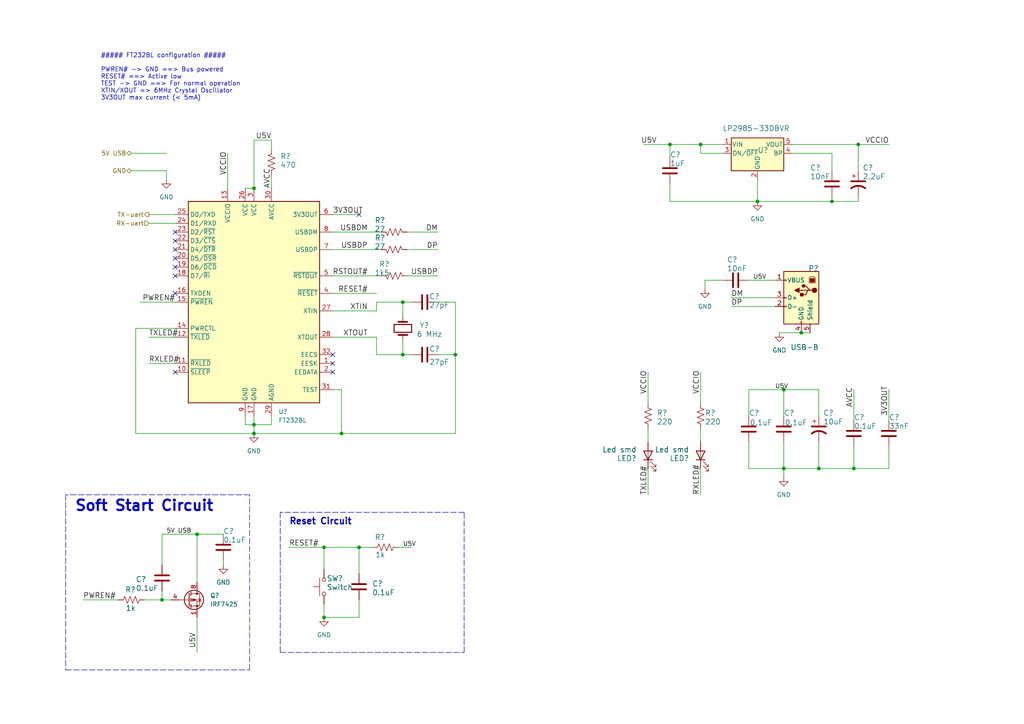
<source format=kicad_sch>
(kicad_sch (version 20211123) (generator eeschema)
  (paper "A4")
  (lib_symbols
    (symbol "Connector:USB_B" (pin_names (offset 1.016))
      (property "Reference" "J" (at -5.08 11.43 0))
      (property "Value" "USB_B" (at -5.08 8.89 0))
      (symbol "USB_B_0_1"
        (rectangle (start -5.08 -7.62) (end 5.08 7.62) (stroke (width 0.254)) (fill (type background)))
        (circle (center -3.81 2.159) (radius 0.635) (stroke (width 0.254)) (fill (type outline)))
        (rectangle (start -3.81 5.588) (end -2.54 4.572) (fill (type outline)))
        (circle (center -0.635 3.429) (radius 0.381) (stroke (width 0.254)) (fill (type outline)))
        (rectangle (start -0.127 -7.62) (end 0.127 -6.858))
        (polyline (pts (xy -1.905 2.159) (xy 0.635 2.159)) (stroke (width 0.254)))
        (polyline (pts (xy -3.175 2.159) (xy -2.54 2.159) (xy -1.27 3.429) (xy -0.635 3.429)) (stroke (width 0.254)))
        (polyline (pts (xy -2.54 2.159) (xy -1.905 2.159) (xy -1.27 0.889) (xy 0 0.889)) (stroke (width 0.254)))
        (polyline (pts (xy 0.635 2.794) (xy 0.635 1.524) (xy 1.905 2.159) (xy 0.635 2.794)) (stroke (width 0.254)) (fill (type outline)))
        (polyline (pts (xy -4.064 4.318) (xy -2.286 4.318) (xy -2.286 5.715) (xy -2.667 6.096) (xy -3.683 6.096) (xy -4.064 5.715) (xy -4.064 4.318)))
        (rectangle (start 0.254 1.27) (end -0.508 0.508) (stroke (width 0.254)) (fill (type outline)))
        (rectangle (start 5.08 -2.667) (end 4.318 -2.413))
        (rectangle (start 5.08 -0.127) (end 4.318 0.127))
        (rectangle (start 5.08 4.953) (end 4.318 5.207))
      )
      (symbol "USB_B_1_1"
        (pin power_out line (at 7.62 5.08 180) (length 2.54) (name "VBUS") (number "1"))
        (pin bidirectional line (at 7.62 -2.54 180) (length 2.54) (name "D-") (number "2"))
        (pin bidirectional line (at 7.62 0 180) (length 2.54) (name "D+") (number "3"))
        (pin power_out line (at 0 -10.16 90) (length 2.54) (name "GND") (number "4"))
        (pin passive line (at -2.54 -10.16 90) (length 2.54) (name "Shield") (number "5"))
      )
    )
    (symbol "Device:C" (pin_numbers hide) (pin_names (offset 0.254))
      (property "Reference" "C" (at 0.635 2.54 0))
      (property "Value" "C" (at 0.635 -2.54 0))
      (symbol "C_0_1"
        (polyline (pts (xy -2.032 -0.762) (xy 2.032 -0.762)) (stroke (width 0.508)))
        (polyline (pts (xy -2.032 0.762) (xy 2.032 0.762)) (stroke (width 0.508)))
      )
      (symbol "C_1_1"
        (pin passive line (at 0 3.81 270) (length 2.794) (name "~") (number "1"))
        (pin passive line (at 0 -3.81 90) (length 2.794) (name "~") (number "2"))
      )
    )
    (symbol "Device:C_Polarized_US" (pin_numbers hide) (pin_names (offset 0.254) hide)
      (property "Reference" "C" (at 0.635 2.54 0))
      (property "Value" "C_Polarized_US" (at 0.635 -2.54 0))
      (symbol "C_Polarized_US_0_1"
        (polyline (pts (xy -2.032 0.762) (xy 2.032 0.762)) (stroke (width 0.508)))
        (polyline (pts (xy -1.778 2.286) (xy -0.762 2.286)))
        (polyline (pts (xy -1.27 1.778) (xy -1.27 2.794)))
        (arc (start 2.032 -1.27) (mid 0 -0.5572) (end -2.032 -1.27) (stroke (width 0.508)))
      )
      (symbol "C_Polarized_US_1_1"
        (pin passive line (at 0 3.81 270) (length 2.794) (name "~") (number "1"))
        (pin passive line (at 0 -3.81 90) (length 3.302) (name "~") (number "2"))
      )
    )
    (symbol "Device:Crystal" (pin_numbers hide) (pin_names (offset 1.016) hide)
      (property "Reference" "Y" (at 0 3.81 0))
      (property "Value" "Crystal" (at 0 -3.81 0))
      (symbol "Crystal_0_1"
        (rectangle (start -1.143 2.54) (end 1.143 -2.54) (stroke (width 0.3048)))
        (polyline (pts (xy -2.54 0) (xy -1.905 0)))
        (polyline (pts (xy -1.905 -1.27) (xy -1.905 1.27)) (stroke (width 0.508)))
        (polyline (pts (xy 1.905 -1.27) (xy 1.905 1.27)) (stroke (width 0.508)))
        (polyline (pts (xy 2.54 0) (xy 1.905 0)))
      )
      (symbol "Crystal_1_1"
        (pin passive line (at -3.81 0 0) (length 1.27) (name "1") (number "1"))
        (pin passive line (at 3.81 0 180) (length 1.27) (name "2") (number "2"))
      )
    )
    (symbol "Device:LED" (pin_numbers hide) (pin_names (offset 1.016) hide)
      (property "Reference" "D" (at 0 2.54 0))
      (property "Value" "LED" (at 0 -2.54 0))
      (symbol "LED_0_1"
        (polyline (pts (xy -1.27 -1.27) (xy -1.27 1.27)) (stroke (width 0.254)))
        (polyline (pts (xy -1.27 0) (xy 1.27 0)))
        (polyline (pts (xy 1.27 -1.27) (xy 1.27 1.27) (xy -1.27 0) (xy 1.27 -1.27)) (stroke (width 0.254)))
        (polyline (pts (xy -3.048 -0.762) (xy -4.572 -2.286) (xy -3.81 -2.286) (xy -4.572 -2.286) (xy -4.572 -1.524)))
        (polyline (pts (xy -1.778 -0.762) (xy -3.302 -2.286) (xy -2.54 -2.286) (xy -3.302 -2.286) (xy -3.302 -1.524)))
      )
      (symbol "LED_1_1"
        (pin passive line (at -3.81 0 0) (length 2.54) (name "K") (number "1"))
        (pin passive line (at 3.81 0 180) (length 2.54) (name "A") (number "2"))
      )
    )
    (symbol "Device:R_US" (pin_numbers hide) (pin_names (offset 0))
      (property "Reference" "R" (at 2.54 0 90))
      (property "Value" "R_US" (at -2.54 0 90))
      (symbol "R_US_0_1"
        (polyline (pts (xy 0 -2.286) (xy 0 -2.54)))
        (polyline (pts (xy 0 2.286) (xy 0 2.54)))
        (polyline (pts (xy 0 -0.762) (xy 1.016 -1.143) (xy 0 -1.524) (xy -1.016 -1.905) (xy 0 -2.286)))
        (polyline (pts (xy 0 0.762) (xy 1.016 0.381) (xy 0 0) (xy -1.016 -0.381) (xy 0 -0.762)))
        (polyline (pts (xy 0 2.286) (xy 1.016 1.905) (xy 0 1.524) (xy -1.016 1.143) (xy 0 0.762)))
      )
      (symbol "R_US_1_1"
        (pin passive line (at 0 3.81 270) (length 1.27) (name "~") (number "1"))
        (pin passive line (at 0 -3.81 90) (length 1.27) (name "~") (number "2"))
      )
    )
    (symbol "Interface_USB:FT232BM"
      (property "Reference" "U" (at -19.05 30.48 0))
      (property "Value" "FT232BM" (at 11.43 30.48 0))
      (symbol "FT232BM_0_1"
        (rectangle (start -19.05 29.21) (end 19.05 -29.21) (stroke (width 0.254)) (fill (type background)))
      )
      (symbol "FT232BM_1_1"
        (pin output line (at 22.86 -17.78 180) (length 3.81) (name "EESK") (number "1"))
        (pin output line (at -22.86 -20.32 0) (length 3.81) (name "~{SLEEP}") (number "10"))
        (pin open_collector line (at -22.86 -17.78 0) (length 3.81) (name "~{RXLED}") (number "11"))
        (pin open_collector line (at -22.86 -10.16 0) (length 3.81) (name "~{TXLED}") (number "12"))
        (pin power_in line (at -7.62 33.02 270) (length 3.81) (name "VCCIO") (number "13"))
        (pin input line (at -22.86 -7.62 0) (length 3.81) (name "PWRCTL") (number "14"))
        (pin output line (at -22.86 0 0) (length 3.81) (name "~{PWREN}") (number "15"))
        (pin output line (at -22.86 2.54 0) (length 3.81) (name "TXDEN") (number "16"))
        (pin power_in line (at 0 -33.02 90) (length 3.81) (name "GND") (number "17"))
        (pin bidirectional line (at -22.86 7.62 0) (length 3.81) (name "D7/~{RI}") (number "18"))
        (pin bidirectional line (at -22.86 10.16 0) (length 3.81) (name "D6/~{DCD}") (number "19"))
        (pin bidirectional line (at 22.86 -20.32 180) (length 3.81) (name "EEDATA") (number "2"))
        (pin bidirectional line (at -22.86 12.7 0) (length 3.81) (name "D5/~{DSR}") (number "20"))
        (pin bidirectional line (at -22.86 15.24 0) (length 3.81) (name "D4/~{DTR}") (number "21"))
        (pin bidirectional line (at -22.86 17.78 0) (length 3.81) (name "D3/~{CTS}") (number "22"))
        (pin bidirectional line (at -22.86 20.32 0) (length 3.81) (name "D2/~{RST}") (number "23"))
        (pin bidirectional line (at -22.86 22.86 0) (length 3.81) (name "D1/RXD") (number "24"))
        (pin bidirectional line (at -22.86 25.4 0) (length 3.81) (name "D0/TXD") (number "25"))
        (pin power_in line (at -2.54 33.02 270) (length 3.81) (name "VCC") (number "26"))
        (pin input line (at 22.86 -2.54 180) (length 3.81) (name "XTIN") (number "27"))
        (pin output line (at 22.86 -10.16 180) (length 3.81) (name "XTOUT") (number "28"))
        (pin power_in line (at 5.08 -33.02 90) (length 3.81) (name "AGND") (number "29"))
        (pin power_in line (at 0 33.02 270) (length 3.81) (name "VCC") (number "3"))
        (pin power_in line (at 5.08 33.02 270) (length 3.81) (name "AVCC") (number "30"))
        (pin input line (at 22.86 -25.4 180) (length 3.81) (name "TEST") (number "31"))
        (pin bidirectional line (at 22.86 -15.24 180) (length 3.81) (name "EECS") (number "32"))
        (pin input line (at 22.86 2.54 180) (length 3.81) (name "~{RESET}") (number "4"))
        (pin output line (at 22.86 7.62 180) (length 3.81) (name "~{RSTOUT}") (number "5"))
        (pin power_out line (at 22.86 25.4 180) (length 3.81) (name "3V3OUT") (number "6"))
        (pin bidirectional line (at 22.86 15.24 180) (length 3.81) (name "USBDP") (number "7"))
        (pin bidirectional line (at 22.86 20.32 180) (length 3.81) (name "USBDM") (number "8"))
        (pin power_in line (at -2.54 -33.02 90) (length 3.81) (name "GND") (number "9"))
      )
    )
    (symbol "Regulator_Linear:LP2985-3.3" (pin_names (offset 0.254))
      (property "Reference" "U" (at -6.35 5.715 0))
      (property "Value" "LP2985-3.3" (at 0 5.715 0))
      (symbol "LP2985-3.3_0_1"
        (rectangle (start -7.62 -5.08) (end 7.62 4.445) (stroke (width 0.254)) (fill (type background)))
      )
      (symbol "LP2985-3.3_1_1"
        (pin power_in line (at -10.16 2.54 0) (length 2.54) (name "VIN") (number "1"))
        (pin power_in line (at 0 -7.62 90) (length 2.54) (name "GND") (number "2"))
        (pin input line (at -10.16 0 0) (length 2.54) (name "ON/~{OFF}") (number "3"))
        (pin input line (at 10.16 0 180) (length 2.54) (name "BP") (number "4"))
        (pin power_out line (at 10.16 2.54 180) (length 2.54) (name "VOUT") (number "5"))
      )
    )
    (symbol "Switch:SW_Push" (pin_numbers hide) (pin_names (offset 1.016) hide)
      (property "Reference" "SW" (at 1.27 2.54 0))
      (property "Value" "SW_Push" (at 0 -1.524 0))
      (symbol "SW_Push_0_1"
        (circle (center -2.032 0) (radius 0.508))
        (polyline (pts (xy 0 1.27) (xy 0 3.048)))
        (polyline (pts (xy 2.54 1.27) (xy -2.54 1.27)))
        (circle (center 2.032 0) (radius 0.508))
        (pin passive line (at -5.08 0 0) (length 2.54) (name "1") (number "1"))
        (pin passive line (at 5.08 0 180) (length 2.54) (name "2") (number "2"))
      )
    )
    (symbol "Transistor_FET:IRF7404" (pin_names hide)
      (property "Reference" "Q" (at 5.08 1.905 0))
      (property "Value" "IRF7404" (at 5.08 0 0))
      (symbol "IRF7404_0_1"
        (polyline (pts (xy 0.254 0) (xy -2.54 0)))
        (polyline (pts (xy 0.254 1.905) (xy 0.254 -1.905)) (stroke (width 0.254)))
        (polyline (pts (xy 0.762 -1.27) (xy 0.762 -2.286)) (stroke (width 0.254)))
        (polyline (pts (xy 0.762 0.508) (xy 0.762 -0.508)) (stroke (width 0.254)))
        (polyline (pts (xy 0.762 2.286) (xy 0.762 1.27)) (stroke (width 0.254)))
        (polyline (pts (xy 2.54 2.54) (xy 2.54 1.778)))
        (polyline (pts (xy 2.54 -2.54) (xy 2.54 0) (xy 0.762 0)))
        (polyline (pts (xy 0.762 1.778) (xy 3.302 1.778) (xy 3.302 -1.778) (xy 0.762 -1.778)))
        (polyline (pts (xy 2.286 0) (xy 1.27 0.381) (xy 1.27 -0.381) (xy 2.286 0)) (fill (type outline)))
        (polyline (pts (xy 2.794 -0.508) (xy 2.921 -0.381) (xy 3.683 -0.381) (xy 3.81 -0.254)))
        (polyline (pts (xy 3.302 -0.381) (xy 2.921 0.254) (xy 3.683 0.254) (xy 3.302 -0.381)))
        (circle (center 1.651 0) (radius 2.794) (stroke (width 0.254)))
        (circle (center 2.54 -1.778) (radius 0.254) (fill (type outline)))
        (circle (center 2.54 1.778) (radius 0.254) (fill (type outline)))
      )
      (symbol "IRF7404_1_1"
        (pin passive line (at 2.54 -5.08 90) (length 2.54) (name "S") (number "1"))
        (pin passive line (at 2.54 -5.08 90) (length 2.54) hide (name "S") (number "2"))
        (pin passive line (at 2.54 -5.08 90) (length 2.54) hide (name "S") (number "3"))
        (pin passive line (at -5.08 0 0) (length 2.54) (name "G") (number "4"))
        (pin passive line (at 2.54 5.08 270) (length 2.54) hide (name "D") (number "5"))
        (pin passive line (at 2.54 5.08 270) (length 2.54) hide (name "D") (number "6"))
        (pin passive line (at 2.54 5.08 270) (length 2.54) hide (name "D") (number "7"))
        (pin passive line (at 2.54 5.08 270) (length 2.54) (name "D") (number "8"))
      )
    )
    (symbol "power:GND" (power) (pin_names (offset 0))
      (property "Value" "GND" (at 0 -3.81 0))
      (symbol "GND_0_1"
        (polyline (pts (xy 0 0) (xy 0 -1.27) (xy 1.27 -1.27) (xy 0 -2.54) (xy -1.27 -1.27) (xy 0 -1.27)))
      )
      (symbol "GND_1_1"
        (pin power_in line (at 0 0 270) (length 0) hide (name "GND") (number "1"))
      )
    )
  )
  (junction (at 219.71 58.42))
  (junction (at 104.14 158.75))
  (junction (at 73.66 54.61))
  (junction (at 93.98 179.07))
  (junction (at 237.49 135.89))
  (junction (at 227.33 135.89))
  (junction (at 73.66 125.73))
  (junction (at 46.99 173.99))
  (junction (at 247.65 135.89))
  (junction (at 132.08 102.87))
  (junction (at 73.66 123.19))
  (junction (at 203.2 41.91))
  (junction (at 116.84 87.63))
  (junction (at 241.3 58.42))
  (junction (at 194.31 41.91))
  (junction (at 227.33 113.03))
  (junction (at 116.84 102.87))
  (junction (at 99.06 125.73))
  (junction (at 248.92 41.91))
  (junction (at 232.41 96.52))
  (junction (at 57.15 154.94))
  (junction (at 93.98 158.75))
  (no_connect (at 96.52 107.95))
  (no_connect (at 50.8 67.31))
  (no_connect (at 104.14 62.23))
  (no_connect (at 50.8 72.39))
  (no_connect (at 50.8 69.85))
  (no_connect (at 96.52 105.41))
  (no_connect (at 96.52 102.87))
  (no_connect (at 50.8 74.93))
  (no_connect (at 50.8 107.95))
  (no_connect (at 50.8 85.09))
  (no_connect (at 50.8 80.01))
  (no_connect (at 50.8 77.47))
  (polyline (pts (xy 134.62 148.59) (xy 81.28 148.59)))
  (wire (pts (xy 227.33 138.43) (xy 227.33 135.89)))
  (wire (pts (xy 24.13 173.99) (xy 34.29 173.99)))
  (polyline (pts (xy 72.39 194.31) (xy 72.39 143.51)))
  (wire (pts (xy 96.52 97.79) (xy 109.22 97.79)))
  (wire (pts (xy 194.31 58.42) (xy 194.31 53.34)))
  (wire (pts (xy 46.99 154.94) (xy 46.99 163.83)))
  (wire (pts (xy 104.14 179.07) (xy 104.14 173.99)))
  (polyline (pts (xy 19.05 143.51) (xy 19.05 194.31)))
  (wire (pts (xy 39.37 95.25) (xy 50.8 95.25)))
  (wire (pts (xy 110.49 80.01) (xy 96.52 80.01)))
  (wire (pts (xy 186.69 41.91) (xy 194.31 41.91)))
  (wire (pts (xy 187.96 143.51) (xy 187.96 135.89)))
  (wire (pts (xy 248.92 41.91) (xy 257.81 41.91)))
  (wire (pts (xy 219.71 52.07) (xy 219.71 58.42)))
  (wire (pts (xy 257.81 113.03) (xy 257.81 121.92)))
  (wire (pts (xy 132.08 102.87) (xy 132.08 125.73)))
  (wire (pts (xy 132.08 87.63) (xy 127 87.63)))
  (wire (pts (xy 93.98 175.26) (xy 93.98 179.07)))
  (wire (pts (xy 247.65 113.03) (xy 247.65 121.92)))
  (wire (pts (xy 247.65 135.89) (xy 247.65 129.54)))
  (wire (pts (xy 119.38 87.63) (xy 116.84 87.63)))
  (wire (pts (xy 212.09 86.36) (xy 224.79 86.36)))
  (wire (pts (xy 96.52 90.17) (xy 109.22 90.17)))
  (wire (pts (xy 227.33 135.89) (xy 217.17 135.89)))
  (wire (pts (xy 93.98 158.75) (xy 93.98 165.1)))
  (wire (pts (xy 96.52 62.23) (xy 104.14 62.23)))
  (wire (pts (xy 104.14 158.75) (xy 107.95 158.75)))
  (wire (pts (xy 78.74 54.61) (xy 78.74 50.8)))
  (wire (pts (xy 116.84 102.87) (xy 119.38 102.87)))
  (wire (pts (xy 226.06 96.52) (xy 232.41 96.52)))
  (wire (pts (xy 194.31 41.91) (xy 203.2 41.91)))
  (wire (pts (xy 78.74 40.64) (xy 78.74 43.18)))
  (wire (pts (xy 248.92 57.15) (xy 248.92 58.42)))
  (wire (pts (xy 116.84 87.63) (xy 116.84 91.44)))
  (wire (pts (xy 40.64 87.63) (xy 50.8 87.63)))
  (wire (pts (xy 217.17 81.28) (xy 224.79 81.28)))
  (wire (pts (xy 41.91 173.99) (xy 46.99 173.99)))
  (wire (pts (xy 237.49 120.65) (xy 237.49 113.03)))
  (wire (pts (xy 50.8 97.79) (xy 43.18 97.79)))
  (wire (pts (xy 241.3 44.45) (xy 241.3 49.53)))
  (wire (pts (xy 57.15 189.23) (xy 57.15 179.07)))
  (wire (pts (xy 57.15 154.94) (xy 57.15 168.91)))
  (wire (pts (xy 203.2 143.51) (xy 203.2 135.89)))
  (wire (pts (xy 203.2 107.95) (xy 203.2 116.84)))
  (wire (pts (xy 132.08 125.73) (xy 99.06 125.73)))
  (wire (pts (xy 109.22 102.87) (xy 109.22 97.79)))
  (wire (pts (xy 109.22 87.63) (xy 109.22 90.17)))
  (wire (pts (xy 227.33 135.89) (xy 227.33 128.27)))
  (wire (pts (xy 203.2 128.27) (xy 203.2 124.46)))
  (wire (pts (xy 219.71 58.42) (xy 241.3 58.42)))
  (wire (pts (xy 237.49 135.89) (xy 247.65 135.89)))
  (wire (pts (xy 257.81 135.89) (xy 247.65 135.89)))
  (wire (pts (xy 49.53 173.99) (xy 46.99 173.99)))
  (wire (pts (xy 83.82 158.75) (xy 93.98 158.75)))
  (wire (pts (xy 229.87 41.91) (xy 248.92 41.91)))
  (wire (pts (xy 203.2 41.91) (xy 203.2 44.45)))
  (wire (pts (xy 116.84 87.63) (xy 109.22 87.63)))
  (wire (pts (xy 50.8 105.41) (xy 43.18 105.41)))
  (wire (pts (xy 99.06 125.73) (xy 73.66 125.73)))
  (wire (pts (xy 50.8 64.77) (xy 43.18 64.77)))
  (wire (pts (xy 93.98 179.07) (xy 104.14 179.07)))
  (wire (pts (xy 109.22 102.87) (xy 116.84 102.87)))
  (wire (pts (xy 93.98 158.75) (xy 104.14 158.75)))
  (wire (pts (xy 187.96 124.46) (xy 187.96 128.27)))
  (wire (pts (xy 204.47 83.82) (xy 204.47 81.28)))
  (wire (pts (xy 237.49 128.27) (xy 237.49 135.89)))
  (wire (pts (xy 48.26 49.53) (xy 38.1 49.53)))
  (wire (pts (xy 241.3 58.42) (xy 241.3 57.15)))
  (wire (pts (xy 194.31 41.91) (xy 194.31 45.72)))
  (wire (pts (xy 71.12 123.19) (xy 73.66 123.19)))
  (wire (pts (xy 73.66 123.19) (xy 78.74 123.19)))
  (wire (pts (xy 99.06 113.03) (xy 99.06 125.73)))
  (wire (pts (xy 127 80.01) (xy 118.11 80.01)))
  (wire (pts (xy 203.2 44.45) (xy 209.55 44.45)))
  (wire (pts (xy 78.74 123.19) (xy 78.74 120.65)))
  (wire (pts (xy 217.17 113.03) (xy 217.17 120.65)))
  (wire (pts (xy 229.87 44.45) (xy 241.3 44.45)))
  (wire (pts (xy 71.12 54.61) (xy 73.66 54.61)))
  (wire (pts (xy 232.41 96.52) (xy 234.95 96.52)))
  (wire (pts (xy 50.8 62.23) (xy 43.18 62.23)))
  (wire (pts (xy 127 67.31) (xy 118.11 67.31)))
  (wire (pts (xy 46.99 173.99) (xy 46.99 171.45)))
  (wire (pts (xy 104.14 158.75) (xy 104.14 166.37)))
  (wire (pts (xy 119.38 158.75) (xy 115.57 158.75)))
  (polyline (pts (xy 81.28 148.59) (xy 81.28 189.23)))
  (polyline (pts (xy 19.05 194.31) (xy 72.39 194.31)))
  (wire (pts (xy 57.15 154.94) (xy 46.99 154.94)))
  (wire (pts (xy 73.66 125.73) (xy 73.66 123.19)))
  (wire (pts (xy 227.33 113.03) (xy 217.17 113.03)))
  (wire (pts (xy 71.12 120.65) (xy 71.12 123.19)))
  (wire (pts (xy 39.37 95.25) (xy 39.37 125.73)))
  (wire (pts (xy 110.49 72.39) (xy 96.52 72.39)))
  (wire (pts (xy 227.33 113.03) (xy 227.33 120.65)))
  (polyline (pts (xy 134.62 189.23) (xy 134.62 148.59)))
  (wire (pts (xy 194.31 58.42) (xy 219.71 58.42)))
  (wire (pts (xy 203.2 41.91) (xy 209.55 41.91)))
  (wire (pts (xy 48.26 52.07) (xy 48.26 49.53)))
  (wire (pts (xy 116.84 99.06) (xy 116.84 102.87)))
  (polyline (pts (xy 72.39 143.51) (xy 19.05 143.51)))
  (wire (pts (xy 241.3 58.42) (xy 248.92 58.42)))
  (wire (pts (xy 73.66 54.61) (xy 73.66 40.64)))
  (wire (pts (xy 66.04 44.45) (xy 66.04 54.61)))
  (wire (pts (xy 237.49 135.89) (xy 227.33 135.89)))
  (polyline (pts (xy 81.28 189.23) (xy 134.62 189.23)))
  (wire (pts (xy 73.66 120.65) (xy 73.66 123.19)))
  (wire (pts (xy 212.09 88.9) (xy 224.79 88.9)))
  (wire (pts (xy 73.66 40.64) (xy 78.74 40.64)))
  (wire (pts (xy 99.06 113.03) (xy 96.52 113.03)))
  (wire (pts (xy 257.81 135.89) (xy 257.81 129.54)))
  (wire (pts (xy 109.22 85.09) (xy 96.52 85.09)))
  (wire (pts (xy 132.08 102.87) (xy 127 102.87)))
  (wire (pts (xy 39.37 125.73) (xy 73.66 125.73)))
  (wire (pts (xy 187.96 107.95) (xy 187.96 116.84)))
  (wire (pts (xy 64.77 162.56) (xy 64.77 163.83)))
  (wire (pts (xy 132.08 87.63) (xy 132.08 102.87)))
  (wire (pts (xy 248.92 41.91) (xy 248.92 49.53)))
  (wire (pts (xy 237.49 113.03) (xy 227.33 113.03)))
  (wire (pts (xy 204.47 81.28) (xy 209.55 81.28)))
  (wire (pts (xy 48.26 44.45) (xy 38.1 44.45)))
  (wire (pts (xy 110.49 67.31) (xy 96.52 67.31)))
  (wire (pts (xy 217.17 135.89) (xy 217.17 128.27)))
  (wire (pts (xy 64.77 154.94) (xy 57.15 154.94)))
  (wire (pts (xy 127 72.39) (xy 118.11 72.39)))
  (text "Soft Start Circuit" (at 21.59 148.59 0) (effects (font (size 3.048 3.048) (thickness 0.6096) bold) (justify left bottom)))
  (text "##### FT232BL configuration #####    \n\nPWREN# -> GND ==> Bus powered  \nRESET# ==> Active low  \nTEST -> GND ==> For normal operation  \nXTIN/XOUT => 6MHz Crystal Oscillator  \n3V3OUT max current (< 5mA)" (at 29.21 29.21 0) (effects (font (size 1.27 1.27)) (justify left bottom)))
  (text "Reset Circuit" (at 83.82 152.4 0) (effects (font (size 1.8288 1.8288) (thickness 0.3658) bold) (justify left bottom)))
  (label "RXLED#" (at 43.18 105.41 0) (effects (font (size 1.524 1.524))))
  (label "VCCIO" (at 66.04 50.8 90) (effects (font (size 1.524 1.524))))
  (label "RESET#" (at 106.68 85.09 180) (effects (font (size 1.524 1.524))))
  (label "RXLED#" (at 203.2 143.51 90) (effects (font (size 1.524 1.524))))
  (label "RESET#" (at 83.82 158.75 0) (effects (font (size 1.524 1.524))))
  (label "DM" (at 212.09 86.36 0) (effects (font (size 1.524 1.524))))
  (label "VCCIO" (at 257.81 41.91 180) (effects (font (size 1.524 1.524))))
  (label "PWREN#" (at 50.8 87.63 180) (effects (font (size 1.524 1.524))))
  (label "AVCC" (at 78.74 54.61 90) (effects (font (size 1.524 1.524))))
  (label "DM" (at 127 67.31 180) (effects (font (size 1.524 1.524))))
  (label "U5V" (at 190.5 41.91 180) (effects (font (size 1.524 1.524))))
  (label "XTIN" (at 106.68 90.17 180) (effects (font (size 1.524 1.524))))
  (label "U5V" (at 218.44 81.28 0))
  (label "U5V" (at 78.74 40.64 180) (effects (font (size 1.524 1.524))))
  (label "3V3OUT" (at 257.81 120.65 90) (effects (font (size 1.524 1.524))))
  (label "3V3OUT" (at 96.52 62.23 0) (effects (font (size 1.524 1.524))))
  (label "VCCIO" (at 187.96 114.3 90) (effects (font (size 1.524 1.524))))
  (label "U5V" (at 57.15 187.96 90) (effects (font (size 1.524 1.524))))
  (label "5V USB" (at 48.26 154.94 0))
  (label "XTOUT" (at 106.68 97.79 180) (effects (font (size 1.524 1.524))))
  (label "TXLED#" (at 187.96 143.51 90) (effects (font (size 1.524 1.524))))
  (label "USBDP" (at 106.68 72.39 180) (effects (font (size 1.524 1.524))))
  (label "AVCC" (at 247.65 118.11 90) (effects (font (size 1.524 1.524))))
  (label "TXLED#" (at 43.18 97.79 0) (effects (font (size 1.524 1.524))))
  (label "DP" (at 127 72.39 180) (effects (font (size 1.524 1.524))))
  (label "USBDM" (at 106.68 67.31 180) (effects (font (size 1.524 1.524))))
  (label "USBDP" (at 127 80.01 180) (effects (font (size 1.524 1.524))))
  (label "U5V" (at 224.79 113.03 0))
  (label "RSTOUT#" (at 106.68 80.01 180) (effects (font (size 1.524 1.524))))
  (label "U5V" (at 116.84 158.75 0))
  (label "PWREN#" (at 24.13 173.99 0) (effects (font (size 1.524 1.524))))
  (label "DP" (at 212.09 88.9 0) (effects (font (size 1.524 1.524))))
  (label "VCCIO" (at 203.2 114.3 90) (effects (font (size 1.524 1.524))))
  (hierarchical_label "GND" (shape bidirectional) (at 38.1 49.53 180))
  (hierarchical_label "5V USB" (shape bidirectional) (at 38.1 44.45 180))
  (hierarchical_label "TX-uart" (shape output) (at 43.18 62.23 180))
  (hierarchical_label "RX-uart" (shape input) (at 43.18 64.77 180))
  (symbol (lib_id "Device:C") (at 123.19 87.63 90) (mirror x) (unit 1)
    (property "Reference" "C?" (at 124.46 85.09 90) (effects (font (size 1.524 1.524)) (justify right top)))
    (property "Value" "27pF" (at 124.46 87.63 90) (effects (font (size 1.524 1.524)) (justify right top)))
  )
  (symbol (lib_id "Device:R_US") (at 114.3 67.31 270) (mirror x) (unit 1)
    (property "Reference" "R?" (at 111.76 64.77 90) (effects (font (size 1.524 1.524)) (justify right top)))
    (property "Value" "27" (at 111.76 67.31 90) (effects (font (size 1.524 1.524)) (justify right top)))
  )
  (symbol (lib_id "Device:LED") (at 187.96 132.08 90) (unit 1)
    (property "Reference" "LED?" (at 184.658 132.08 90) (effects (font (size 1.524 1.524)) (justify left bottom)))
    (property "Value" "Led smd" (at 184.658 129.54 90) (effects (font (size 1.524 1.524)) (justify left bottom)))
  )
  (symbol (lib_id "Device:C") (at 46.99 167.64 0) (unit 1)
    (property "Reference" "C?" (at 39.37 168.91 0) (effects (font (size 1.524 1.524)) (justify left bottom)))
    (property "Value" "0.1uF" (at 39.37 171.45 0) (effects (font (size 1.524 1.524)) (justify left bottom)))
  )
  (symbol (lib_id "Device:R_US") (at 187.96 120.65 0) (unit 1)
    (property "Reference" "R?" (at 190.5 120.65 0) (effects (font (size 1.524 1.524)) (justify left bottom)))
    (property "Value" "220" (at 190.5 123.19 0) (effects (font (size 1.524 1.524)) (justify left bottom)))
  )
  (symbol (lib_id "Device:R_US") (at 203.2 120.65 0) (unit 1)
    (property "Reference" "R?" (at 204.47 120.65 0) (effects (font (size 1.524 1.524)) (justify left bottom)))
    (property "Value" "220" (at 204.47 123.19 0) (effects (font (size 1.524 1.524)) (justify left bottom)))
  )
  (symbol (lib_id "Connector:USB_B") (at 232.41 86.36 0) (mirror y) (unit 1)
    (property "Reference" "P?" (at 237.49 78.74 0) (effects (font (size 1.524 1.524)) (justify left bottom)))
    (property "Value" "USB-B" (at 237.49 101.6 0) (effects (font (size 1.524 1.524)) (justify left bottom)))
    (property "Datasheet" " ~" (effects hide))
  )
  (symbol (lib_id "Device:R_US") (at 114.3 80.01 270) (mirror x) (unit 1)
    (property "Reference" "R?" (at 113.03 77.47 90) (effects (font (size 1.524 1.524)) (justify right top)))
    (property "Value" "1k5" (at 113.03 80.01 90) (effects (font (size 1.524 1.524)) (justify right top)))
  )
  (symbol (lib_id "Device:LED") (at 203.2 132.08 90) (unit 1)
    (property "Reference" "LED?" (at 199.898 132.08 90) (effects (font (size 1.524 1.524)) (justify left bottom)))
    (property "Value" "Led smd" (at 199.898 129.54 90) (effects (font (size 1.524 1.524)) (justify left bottom)))
  )
  (symbol (lib_id "Device:R_US") (at 78.74 46.99 0) (mirror x) (unit 1)
    (property "Reference" "R?" (at 81.28 44.45 0) (effects (font (size 1.524 1.524)) (justify left bottom)))
    (property "Value" "470" (at 81.28 46.99 0) (effects (font (size 1.524 1.524)) (justify left bottom)))
  )
  (symbol (lib_id "power:GND") (at 48.26 52.07 0) (mirror y) (unit 1)
    (property "Reference" "#PWR?" (effects hide))
    (property "Value" "GND" (at 48.26 57.15 0))
  )
  (symbol (lib_id "Device:C") (at 257.81 125.73 180) (unit 1)
    (property "Reference" "C?" (at 257.81 121.92 0) (effects (font (size 1.524 1.524)) (justify right top)))
    (property "Value" "33nF" (at 257.81 124.46 0) (effects (font (size 1.524 1.524)) (justify right top)))
  )
  (symbol (lib_id "Device:R_US") (at 111.76 158.75 90) (unit 1)
    (property "Reference" "R?" (at 111.76 154.94 90) (effects (font (size 1.524 1.524)) (justify left bottom)))
    (property "Value" "1k" (at 111.76 160.02 90) (effects (font (size 1.524 1.524)) (justify left bottom)))
  )
  (symbol (lib_id "power:GND") (at 226.06 96.52 0) (unit 1)
    (property "Reference" "#PWR?" (effects hide))
    (property "Value" "GND" (at 226.06 101.6 0))
  )
  (symbol (lib_id "Device:Crystal") (at 116.84 95.25 90) (mirror x) (unit 1)
    (property "Reference" "Y?" (at 124.46 95.25 90) (effects (font (size 1.524 1.524)) (justify left bottom)))
    (property "Value" "6 MHz" (at 128.27 97.79 90) (effects (font (size 1.524 1.524)) (justify left bottom)))
  )
  (symbol (lib_id "Device:R_US") (at 38.1 173.99 90) (unit 1)
    (property "Reference" "R?" (at 39.37 170.18 90) (effects (font (size 1.524 1.524)) (justify left bottom)))
    (property "Value" "1k" (at 39.37 175.514 90) (effects (font (size 1.524 1.524)) (justify left bottom)))
  )
  (symbol (lib_id "Regulator_Linear:LP2985-3.3") (at 219.71 44.45 0) (unit 1)
    (property "Reference" "U?" (at 219.71 44.45 0) (effects (font (size 1.524 1.524)) (justify left bottom)))
    (property "Value" "LP2985-33DBVR" (at 209.55 38.1 0) (effects (font (size 1.524 1.524)) (justify left bottom)))
    (property "Footprint" "Package_TO_SOT_SMD:SOT-23-5" (effects hide))
    (property "Datasheet" "http://www.ti.com/lit/ds/symlink/lp2985.pdf" (effects hide))
  )
  (symbol (lib_id "Device:C") (at 194.31 49.53 0) (unit 1)
    (property "Reference" "C?" (at 194.31 45.72 0) (effects (font (size 1.524 1.524)) (justify left bottom)))
    (property "Value" "1uF" (at 194.31 48.26 0) (effects (font (size 1.524 1.524)) (justify left bottom)))
  )
  (symbol (lib_id "power:GND") (at 93.98 179.07 0) (unit 1)
    (property "Reference" "#PWR?" (effects hide))
    (property "Value" "GND" (at 93.98 184.15 0))
  )
  (symbol (lib_id "Interface_USB:FT232BM") (at 73.66 87.63 0) (unit 1)
    (property "Reference" "U?" (at 80.7594 119.38 0) (effects (justify left)))
    (property "Value" "FT232BL" (at 80.7594 121.92 0) (effects (justify left)))
    (property "Footprint" "Package_QFP:LQFP-48_7x7mm_P0.5mm" (effects hide))
    (property "Datasheet" "https://www.ftdichip.com/Support/Documents/DataSheets/ICs/DS_FT232BM.pdf" (effects hide))
  )
  (symbol (lib_id "Device:C_Polarized_US") (at 237.49 124.46 0) (unit 1)
    (property "Reference" "C?" (at 238.76 120.65 0) (effects (font (size 1.524 1.524)) (justify left bottom)))
    (property "Value" "10uF" (at 238.76 123.19 0) (effects (font (size 1.524 1.524)) (justify left bottom)))
  )
  (symbol (lib_id "power:GND") (at 64.77 163.83 0) (unit 1)
    (property "Reference" "#PWR?" (effects hide))
    (property "Value" "GND" (at 64.77 168.91 0))
  )
  (symbol (lib_id "Transistor_FET:IRF7404") (at 54.61 173.99 0) (unit 1)
    (property "Reference" "Q?" (at 60.96 172.7199 0) (effects (justify left)))
    (property "Value" "IRF7425" (at 60.96 175.2599 0) (effects (justify left)))
    (property "Footprint" "Package_SO:SOIC-8_3.9x4.9mm_P1.27mm" (effects hide))
    (property "Datasheet" "http://www.infineon.com/dgdl/irf7404.pdf?fileId=5546d462533600a4015355fa2b5b1b9e" (effects hide))
  )
  (symbol (lib_id "Device:C") (at 227.33 124.46 180) (unit 1)
    (property "Reference" "C?" (at 227.33 120.65 0) (effects (font (size 1.524 1.524)) (justify right top)))
    (property "Value" "0.1uF" (at 227.584 123.444 0) (effects (font (size 1.524 1.524)) (justify right top)))
  )
  (symbol (lib_id "Device:R_US") (at 114.3 72.39 270) (mirror x) (unit 1)
    (property "Reference" "R?" (at 111.76 69.85 90) (effects (font (size 1.524 1.524)) (justify right top)))
    (property "Value" "27" (at 111.76 72.39 90) (effects (font (size 1.524 1.524)) (justify right top)))
  )
  (symbol (lib_id "Device:C_Polarized_US") (at 248.92 53.34 0) (unit 1)
    (property "Reference" "C?" (at 250.19 49.53 0) (effects (font (size 1.524 1.524)) (justify left bottom)))
    (property "Value" "2.2uF" (at 250.19 52.07 0) (effects (font (size 1.524 1.524)) (justify left bottom)))
  )
  (symbol (lib_id "Device:C") (at 217.17 124.46 180) (unit 1)
    (property "Reference" "C?" (at 217.17 120.65 0) (effects (font (size 1.524 1.524)) (justify right top)))
    (property "Value" "0.1uF" (at 217.424 123.444 0) (effects (font (size 1.524 1.524)) (justify right top)))
  )
  (symbol (lib_id "power:GND") (at 219.71 58.42 0) (unit 1)
    (property "Reference" "#PWR?" (effects hide))
    (property "Value" "GND" (at 219.71 63.5 0))
  )
  (symbol (lib_id "Device:C") (at 241.3 53.34 0) (unit 1)
    (property "Reference" "C?" (at 234.95 49.53 0) (effects (font (size 1.524 1.524)) (justify left bottom)))
    (property "Value" "10nF" (at 234.95 52.07 0) (effects (font (size 1.524 1.524)) (justify left bottom)))
  )
  (symbol (lib_id "Device:C") (at 123.19 102.87 90) (mirror x) (unit 1)
    (property "Reference" "C?" (at 124.46 100.33 90) (effects (font (size 1.524 1.524)) (justify right top)))
    (property "Value" "27pF" (at 124.46 104.14 90) (effects (font (size 1.524 1.524)) (justify right top)))
  )
  (symbol (lib_id "power:GND") (at 73.66 125.73 0) (unit 1)
    (property "Reference" "#PWR?" (effects hide))
    (property "Value" "GND" (at 73.66 130.81 0))
  )
  (symbol (lib_id "Device:C") (at 104.14 170.18 0) (unit 1)
    (property "Reference" "C?" (at 107.95 170.18 0) (effects (font (size 1.524 1.524)) (justify left bottom)))
    (property "Value" "0.1uF" (at 107.95 172.72 0) (effects (font (size 1.524 1.524)) (justify left bottom)))
  )
  (symbol (lib_id "Device:C") (at 64.77 158.75 0) (unit 1)
    (property "Reference" "C?" (at 64.77 154.94 0) (effects (font (size 1.524 1.524)) (justify left bottom)))
    (property "Value" "0.1uF" (at 64.77 157.48 0) (effects (font (size 1.524 1.524)) (justify left bottom)))
  )
  (symbol (lib_id "power:GND") (at 227.33 138.43 0) (unit 1)
    (property "Reference" "#PWR?" (effects hide))
    (property "Value" "GND" (at 227.33 143.51 0))
  )
  (symbol (lib_id "power:GND") (at 204.47 83.82 0) (unit 1)
    (property "Reference" "#PWR?" (effects hide))
    (property "Value" "GND" (at 204.47 88.9 0))
  )
  (symbol (lib_id "Switch:SW_Push") (at 93.98 170.18 90) (unit 1)
    (property "Reference" "SW?" (at 94.742 168.656 90) (effects (font (size 1.524 1.524)) (justify right top)))
    (property "Value" "Switch" (at 94.742 171.196 90) (effects (font (size 1.524 1.524)) (justify right top)))
  )
  (symbol (lib_id "Device:C") (at 247.65 125.73 180) (unit 1)
    (property "Reference" "C?" (at 247.65 121.92 0) (effects (font (size 1.524 1.524)) (justify right top)))
    (property "Value" "0.1uF" (at 247.65 124.46 0) (effects (font (size 1.524 1.524)) (justify right top)))
  )
  (symbol (lib_id "Device:C") (at 213.36 81.28 90) (unit 1)
    (property "Reference" "C?" (at 210.82 76.2 90) (effects (font (size 1.524 1.524)) (justify right top)))
    (property "Value" "10nF" (at 210.82 78.74 90) (effects (font (size 1.524 1.524)) (justify right top)))
  )
)
</source>
